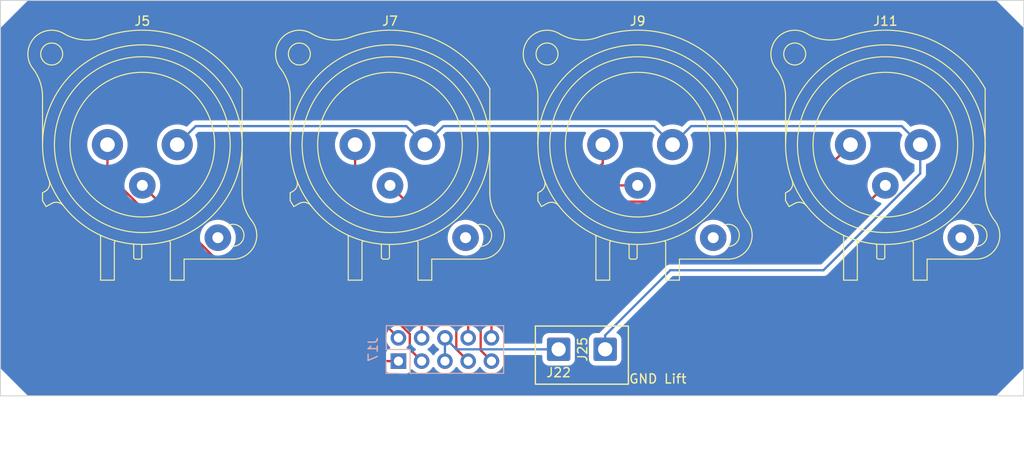
<source format=kicad_pcb>
(kicad_pcb (version 20221018) (generator pcbnew)
  (title_block (title "XLR Female") (date "2023-11-23") (rev "1") (company "Daniel Machnik Sounddesign und Tontechnik") (comment 1 "SimpleSwitcher"))
  (layers (0 "F.Cu" signal) (31 "B.Cu" signal) (34 "B.Paste" user) (35 "F.Paste" user) (36 "B.SilkS" user "B.Silkscreen") (37 "F.SilkS" user "F.Silkscreen") (38 "B.Mask" user) (39 "F.Mask" user) (44 "Edge.Cuts" user))
  (net 0 "")
  (footprint "Connector_Wire:SolderWire-0.75sqmm_1x01_D1.25mm_OD2.3mm" (layer "F.Cu") (at 149.86 114.3 90)
    (fp_text reference "J22" (at -2.54 0 180) (layer "F.SilkS"))
    (fp_text value "Conn_01x01_Socket")
    (pad "1" thru_hole roundrect (at 0 0 90) (size 2.55 2.55) (drill 1.55) (layers "*.Cu" "*.Mask") (roundrect_rratio 0.09803882353))
  )
  (footprint "Connector_Audio:Jack_XLR_Neutrik_NC3FAAV2_Vertical" (layer "F.Cu") (at 162.304 91.948)
    (fp_text reference "J9" (at -3.81 -13.5) (layer "F.SilkS"))
    (fp_text value "NC3FAAV2")
    (fp_line (start -14.71 0) (end -14.71 -5.24) (stroke (width 0.12)) (layer "F.SilkS"))
    (fp_line (start -14.71 5.26) (end -14.44 5.11) (stroke (width 0.12)) (layer "F.SilkS"))
    (fp_line (start -14.71 6.12) (end -14.71 5.26) (stroke (width 0.12)) (layer "F.SilkS"))
    (fp_line (start -14.32 6.76) (end -14.71 6.12) (stroke (width 0.12)) (layer "F.SilkS"))
    (fp_line (start -13.71 6.42) (end -14.32 6.76) (stroke (width 0.12)) (layer "F.SilkS"))
    (fp_line (start -8.37 10.03) (end -8.37 14.8) (stroke (width 0.12)) (layer "F.SilkS"))
    (fp_line (start -6.87 14.8) (end -8.37 14.8) (stroke (width 0.12)) (layer "F.SilkS"))
    (fp_line (start -6.87 14.8) (end -6.87 10.73) (stroke (width 0.12)) (layer "F.SilkS"))
    (fp_line (start -4.75 11.04) (end -4.75 12.3) (stroke (width 0.12)) (layer "F.SilkS"))
    (fp_line (start -4.07 12.5) (end -4.55 12.5) (stroke (width 0.12)) (layer "F.SilkS"))
    (fp_line (start -3.87 10.9) (end -3.87 12.3) (stroke (width 0.12)) (layer "F.SilkS"))
    (fp_line (start -0.75 10.73) (end -0.75 10.73) (stroke (width 0.12)) (layer "F.SilkS"))
    (fp_line (start -0.75 14.8) (end -0.75 10.73) (stroke (width 0.12)) (layer "F.SilkS"))
    (fp_line (start 0.75 12.5) (end 6.09 12.5) (stroke (width 0.12)) (layer "F.SilkS"))
    (fp_line (start 0.75 14.8) (end -0.75 14.8) (stroke (width 0.12)) (layer "F.SilkS"))
    (fp_line (start 0.75 14.8) (end 0.75 12.5) (stroke (width 0.12)) (layer "F.SilkS"))
    (fp_line (start 7.09 5.24) (end 7.09 -6.12) (stroke (width 0.12)) (layer "F.SilkS"))
    (fp_arc (start -15.766689 -8.317569) (mid -14.98153 -6.866962) (end -14.71 -5.24) (stroke (width 0.12)) (layer "F.SilkS"))
    (fp_arc (start -15.761979 -8.309032) (mid -15.65429 -11.620911) (end -12.38 -12.13) (stroke (width 0.12)) (layer "F.SilkS"))
    (fp_arc (start -13.969214 3.951372) (mid -13.999461 4.614043) (end -14.44 5.11) (stroke (width 0.12)) (layer "F.SilkS"))
    (fp_arc (start -13.71 6.42) (mid -13.01025 6.315915) (end -12.412202 6.693832) (stroke (width 0.12)) (layer "F.SilkS"))
    (fp_arc (start -8.436364 9.870864) (mid -8.385177 9.942924) (end -8.37 10.03) (stroke (width 0.12)) (layer "F.SilkS"))
    (fp_arc (start -8.12905 -11.730738) (mid 0.51404 -11.7289) (end 7.09 -6.12) (stroke (width 0.12)) (layer "F.SilkS"))
    (fp_arc (start -8.118081 -11.733841) (mid -10.293498 -11.453642) (end -12.38 -12.13) (stroke (width 0.12)) (layer "F.SilkS"))
    (fp_arc (start -6.87 10.73) (mid -6.814828 10.588126) (end -6.678303 10.520799) (stroke (width 0.12)) (layer "F.SilkS"))
    (fp_arc (start -4.908418 10.84437) (mid -4.794571 10.914136) (end -4.75 11.04) (stroke (width 0.12)) (layer "F.SilkS"))
    (fp_arc (start -4.55 12.5) (mid -4.691421 12.441421) (end -4.75 12.3) (stroke (width 0.12)) (layer "F.SilkS"))
    (fp_arc (start -3.87 12.3) (mid -3.928579 12.441421) (end -4.07 12.5) (stroke (width 0.12)) (layer "F.SilkS"))
    (fp_arc (start -0.949009 10.520288) (mid -0.807671 10.585446) (end -0.75 10.73) (stroke (width 0.12)) (layer "F.SilkS"))
    (fp_arc (start 5.584454 8.809393) (mid 7.279278 9.725021) (end 5.92 11.09) (stroke (width 0.12)) (layer "F.SilkS"))
    (fp_arc (start 8.141619 8.302858) (mid 8.42587 11.041804) (end 6.09 12.5) (stroke (width 0.12)) (layer "F.SilkS"))
    (fp_arc (start 8.14247 8.305283) (mid 7.360446 6.860467) (end 7.09 5.24) (stroke (width 0.12)) (layer "F.SilkS"))
    (fp_circle (center -13.71 -9.9) (end -12.51 -9.9) (stroke (width 0.12)) (fill none) (layer "F.SilkS"))
    (fp_circle (center -3.81 0) (end 4.09 0) (stroke (width 0.12)) (fill none) (layer "F.SilkS"))
    (fp_circle (center -3.81 0) (end 5.79 0) (stroke (width 0.12)) (fill none) (layer "F.SilkS"))
    (fp_circle (center -3.81 0) (end 7.09 0) (stroke (width 0.12)) (fill none) (layer "F.SilkS"))
    (pad "1" thru_hole circle (at 0 0) (size 3.4 3.4) (drill 1.6) (layers "*.Cu" "*.Mask"))
    (pad "2" thru_hole circle (at -7.62 0) (size 3.4 3.4) (drill 1.6) (layers "*.Cu" "*.Mask"))
    (pad "3" thru_hole circle (at -3.81 4.45) (size 2.9 2.9) (drill 1.2) (layers "*.Cu" "*.Mask"))
    (pad "G" thru_hole circle (at 4.44 10.16) (size 2.9 2.9) (drill 1.2) (layers "*.Cu" "*.Mask"))
  )
  (footprint "Connector_Audio:Jack_XLR_Neutrik_NC3FAAV2_Vertical" (layer "F.Cu") (at 189.354 91.948)
    (fp_text reference "J11" (at -3.81 -13.5) (layer "F.SilkS"))
    (fp_text value "NC3FAAV2")
    (fp_line (start -14.71 0) (end -14.71 -5.24) (stroke (width 0.12)) (layer "F.SilkS"))
    (fp_line (start -14.71 5.26) (end -14.44 5.11) (stroke (width 0.12)) (layer "F.SilkS"))
    (fp_line (start -14.71 6.12) (end -14.71 5.26) (stroke (width 0.12)) (layer "F.SilkS"))
    (fp_line (start -14.32 6.76) (end -14.71 6.12) (stroke (width 0.12)) (layer "F.SilkS"))
    (fp_line (start -13.71 6.42) (end -14.32 6.76) (stroke (width 0.12)) (layer "F.SilkS"))
    (fp_line (start -8.37 10.03) (end -8.37 14.8) (stroke (width 0.12)) (layer "F.SilkS"))
    (fp_line (start -6.87 14.8) (end -8.37 14.8) (stroke (width 0.12)) (layer "F.SilkS"))
    (fp_line (start -6.87 14.8) (end -6.87 10.73) (stroke (width 0.12)) (layer "F.SilkS"))
    (fp_line (start -4.75 11.04) (end -4.75 12.3) (stroke (width 0.12)) (layer "F.SilkS"))
    (fp_line (start -4.07 12.5) (end -4.55 12.5) (stroke (width 0.12)) (layer "F.SilkS"))
    (fp_line (start -3.87 10.9) (end -3.87 12.3) (stroke (width 0.12)) (layer "F.SilkS"))
    (fp_line (start -0.75 10.73) (end -0.75 10.73) (stroke (width 0.12)) (layer "F.SilkS"))
    (fp_line (start -0.75 14.8) (end -0.75 10.73) (stroke (width 0.12)) (layer "F.SilkS"))
    (fp_line (start 0.75 12.5) (end 6.09 12.5) (stroke (width 0.12)) (layer "F.SilkS"))
    (fp_line (start 0.75 14.8) (end -0.75 14.8) (stroke (width 0.12)) (layer "F.SilkS"))
    (fp_line (start 0.75 14.8) (end 0.75 12.5) (stroke (width 0.12)) (layer "F.SilkS"))
    (fp_line (start 7.09 5.24) (end 7.09 -6.12) (stroke (width 0.12)) (layer "F.SilkS"))
    (fp_arc (start -15.766689 -8.317569) (mid -14.98153 -6.866962) (end -14.71 -5.24) (stroke (width 0.12)) (layer "F.SilkS"))
    (fp_arc (start -15.761979 -8.309032) (mid -15.65429 -11.620911) (end -12.38 -12.13) (stroke (width 0.12)) (layer "F.SilkS"))
    (fp_arc (start -13.969214 3.951372) (mid -13.999461 4.614043) (end -14.44 5.11) (stroke (width 0.12)) (layer "F.SilkS"))
    (fp_arc (start -13.71 6.42) (mid -13.01025 6.315915) (end -12.412202 6.693832) (stroke (width 0.12)) (layer "F.SilkS"))
    (fp_arc (start -8.436364 9.870864) (mid -8.385177 9.942924) (end -8.37 10.03) (stroke (width 0.12)) (layer "F.SilkS"))
    (fp_arc (start -8.12905 -11.730738) (mid 0.51404 -11.7289) (end 7.09 -6.12) (stroke (width 0.12)) (layer "F.SilkS"))
    (fp_arc (start -8.118081 -11.733841) (mid -10.293498 -11.453642) (end -12.38 -12.13) (stroke (width 0.12)) (layer "F.SilkS"))
    (fp_arc (start -6.87 10.73) (mid -6.814828 10.588126) (end -6.678303 10.520799) (stroke (width 0.12)) (layer "F.SilkS"))
    (fp_arc (start -4.908418 10.84437) (mid -4.794571 10.914136) (end -4.75 11.04) (stroke (width 0.12)) (layer "F.SilkS"))
    (fp_arc (start -4.55 12.5) (mid -4.691421 12.441421) (end -4.75 12.3) (stroke (width 0.12)) (layer "F.SilkS"))
    (fp_arc (start -3.87 12.3) (mid -3.928579 12.441421) (end -4.07 12.5) (stroke (width 0.12)) (layer "F.SilkS"))
    (fp_arc (start -0.949009 10.520288) (mid -0.807671 10.585446) (end -0.75 10.73) (stroke (width 0.12)) (layer "F.SilkS"))
    (fp_arc (start 5.584454 8.809393) (mid 7.279278 9.725021) (end 5.92 11.09) (stroke (width 0.12)) (layer "F.SilkS"))
    (fp_arc (start 8.141619 8.302858) (mid 8.42587 11.041804) (end 6.09 12.5) (stroke (width 0.12)) (layer "F.SilkS"))
    (fp_arc (start 8.14247 8.305283) (mid 7.360446 6.860467) (end 7.09 5.24) (stroke (width 0.12)) (layer "F.SilkS"))
    (fp_circle (center -13.71 -9.9) (end -12.51 -9.9) (stroke (width 0.12)) (fill none) (layer "F.SilkS"))
    (fp_circle (center -3.81 0) (end 4.09 0) (stroke (width 0.12)) (fill none) (layer "F.SilkS"))
    (fp_circle (center -3.81 0) (end 5.79 0) (stroke (width 0.12)) (fill none) (layer "F.SilkS"))
    (fp_circle (center -3.81 0) (end 7.09 0) (stroke (width 0.12)) (fill none) (layer "F.SilkS"))
    (pad "1" thru_hole circle (at 0 0) (size 3.4 3.4) (drill 1.6) (layers "*.Cu" "*.Mask"))
    (pad "2" thru_hole circle (at -7.62 0) (size 3.4 3.4) (drill 1.6) (layers "*.Cu" "*.Mask"))
    (pad "3" thru_hole circle (at -3.81 4.45) (size 2.9 2.9) (drill 1.2) (layers "*.Cu" "*.Mask"))
    (pad "G" thru_hole circle (at 4.44 10.16) (size 2.9 2.9) (drill 1.2) (layers "*.Cu" "*.Mask"))
  )
  (footprint "Connector_Audio:Jack_XLR_Neutrik_NC3FAAV2_Vertical" (layer "F.Cu") (at 135.254 91.948)
    (fp_text reference "J7" (at -3.81 -13.5) (layer "F.SilkS"))
    (fp_text value "NC3FAAV2")
    (fp_line (start -14.71 0) (end -14.71 -5.24) (stroke (width 0.12)) (layer "F.SilkS"))
    (fp_line (start -14.71 5.26) (end -14.44 5.11) (stroke (width 0.12)) (layer "F.SilkS"))
    (fp_line (start -14.71 6.12) (end -14.71 5.26) (stroke (width 0.12)) (layer "F.SilkS"))
    (fp_line (start -14.32 6.76) (end -14.71 6.12) (stroke (width 0.12)) (layer "F.SilkS"))
    (fp_line (start -13.71 6.42) (end -14.32 6.76) (stroke (width 0.12)) (layer "F.SilkS"))
    (fp_line (start -8.37 10.03) (end -8.37 14.8) (stroke (width 0.12)) (layer "F.SilkS"))
    (fp_line (start -6.87 14.8) (end -8.37 14.8) (stroke (width 0.12)) (layer "F.SilkS"))
    (fp_line (start -6.87 14.8) (end -6.87 10.73) (stroke (width 0.12)) (layer "F.SilkS"))
    (fp_line (start -4.75 11.04) (end -4.75 12.3) (stroke (width 0.12)) (layer "F.SilkS"))
    (fp_line (start -4.07 12.5) (end -4.55 12.5) (stroke (width 0.12)) (layer "F.SilkS"))
    (fp_line (start -3.87 10.9) (end -3.87 12.3) (stroke (width 0.12)) (layer "F.SilkS"))
    (fp_line (start -0.75 10.73) (end -0.75 10.73) (stroke (width 0.12)) (layer "F.SilkS"))
    (fp_line (start -0.75 14.8) (end -0.75 10.73) (stroke (width 0.12)) (layer "F.SilkS"))
    (fp_line (start 0.75 12.5) (end 6.09 12.5) (stroke (width 0.12)) (layer "F.SilkS"))
    (fp_line (start 0.75 14.8) (end -0.75 14.8) (stroke (width 0.12)) (layer "F.SilkS"))
    (fp_line (start 0.75 14.8) (end 0.75 12.5) (stroke (width 0.12)) (layer "F.SilkS"))
    (fp_line (start 7.09 5.24) (end 7.09 -6.12) (stroke (width 0.12)) (layer "F.SilkS"))
    (fp_arc (start -15.766689 -8.317569) (mid -14.98153 -6.866962) (end -14.71 -5.24) (stroke (width 0.12)) (layer "F.SilkS"))
    (fp_arc (start -15.761979 -8.309032) (mid -15.65429 -11.620911) (end -12.38 -12.13) (stroke (width 0.12)) (layer "F.SilkS"))
    (fp_arc (start -13.969214 3.951372) (mid -13.999461 4.614043) (end -14.44 5.11) (stroke (width 0.12)) (layer "F.SilkS"))
    (fp_arc (start -13.71 6.42) (mid -13.01025 6.315915) (end -12.412202 6.693832) (stroke (width 0.12)) (layer "F.SilkS"))
    (fp_arc (start -8.436364 9.870864) (mid -8.385177 9.942924) (end -8.37 10.03) (stroke (width 0.12)) (layer "F.SilkS"))
    (fp_arc (start -8.12905 -11.730738) (mid 0.51404 -11.7289) (end 7.09 -6.12) (stroke (width 0.12)) (layer "F.SilkS"))
    (fp_arc (start -8.118081 -11.733841) (mid -10.293498 -11.453642) (end -12.38 -12.13) (stroke (width 0.12)) (layer "F.SilkS"))
    (fp_arc (start -6.87 10.73) (mid -6.814828 10.588126) (end -6.678303 10.520799) (stroke (width 0.12)) (layer "F.SilkS"))
    (fp_arc (start -4.908418 10.84437) (mid -4.794571 10.914136) (end -4.75 11.04) (stroke (width 0.12)) (layer "F.SilkS"))
    (fp_arc (start -4.55 12.5) (mid -4.691421 12.441421) (end -4.75 12.3) (stroke (width 0.12)) (layer "F.SilkS"))
    (fp_arc (start -3.87 12.3) (mid -3.928579 12.441421) (end -4.07 12.5) (stroke (width 0.12)) (layer "F.SilkS"))
    (fp_arc (start -0.949009 10.520288) (mid -0.807671 10.585446) (end -0.75 10.73) (stroke (width 0.12)) (layer "F.SilkS"))
    (fp_arc (start 5.584454 8.809393) (mid 7.279278 9.725021) (end 5.92 11.09) (stroke (width 0.12)) (layer "F.SilkS"))
    (fp_arc (start 8.141619 8.302858) (mid 8.42587 11.041804) (end 6.09 12.5) (stroke (width 0.12)) (layer "F.SilkS"))
    (fp_arc (start 8.14247 8.305283) (mid 7.360446 6.860467) (end 7.09 5.24) (stroke (width 0.12)) (layer "F.SilkS"))
    (fp_circle (center -13.71 -9.9) (end -12.51 -9.9) (stroke (width 0.12)) (fill none) (layer "F.SilkS"))
    (fp_circle (center -3.81 0) (end 4.09 0) (stroke (width 0.12)) (fill none) (layer "F.SilkS"))
    (fp_circle (center -3.81 0) (end 5.79 0) (stroke (width 0.12)) (fill none) (layer "F.SilkS"))
    (fp_circle (center -3.81 0) (end 7.09 0) (stroke (width 0.12)) (fill none) (layer "F.SilkS"))
    (pad "1" thru_hole circle (at 0 0) (size 3.4 3.4) (drill 1.6) (layers "*.Cu" "*.Mask"))
    (pad "2" thru_hole circle (at -7.62 0) (size 3.4 3.4) (drill 1.6) (layers "*.Cu" "*.Mask"))
    (pad "3" thru_hole circle (at -3.81 4.45) (size 2.9 2.9) (drill 1.2) (layers "*.Cu" "*.Mask"))
    (pad "G" thru_hole circle (at 4.44 10.16) (size 2.9 2.9) (drill 1.2) (layers "*.Cu" "*.Mask"))
  )
  (footprint "Connector_Audio:Jack_XLR_Neutrik_NC3FAAV2_Vertical" (layer "F.Cu") (at 108.204 91.948)
    (fp_text reference "J5" (at -3.81 -13.5) (layer "F.SilkS"))
    (fp_text value "NC3FAAV2")
    (fp_line (start -14.71 0) (end -14.71 -5.24) (stroke (width 0.12)) (layer "F.SilkS"))
    (fp_line (start -14.71 5.26) (end -14.44 5.11) (stroke (width 0.12)) (layer "F.SilkS"))
    (fp_line (start -14.71 6.12) (end -14.71 5.26) (stroke (width 0.12)) (layer "F.SilkS"))
    (fp_line (start -14.32 6.76) (end -14.71 6.12) (stroke (width 0.12)) (layer "F.SilkS"))
    (fp_line (start -13.71 6.42) (end -14.32 6.76) (stroke (width 0.12)) (layer "F.SilkS"))
    (fp_line (start -8.37 10.03) (end -8.37 14.8) (stroke (width 0.12)) (layer "F.SilkS"))
    (fp_line (start -6.87 14.8) (end -8.37 14.8) (stroke (width 0.12)) (layer "F.SilkS"))
    (fp_line (start -6.87 14.8) (end -6.87 10.73) (stroke (width 0.12)) (layer "F.SilkS"))
    (fp_line (start -4.75 11.04) (end -4.75 12.3) (stroke (width 0.12)) (layer "F.SilkS"))
    (fp_line (start -4.07 12.5) (end -4.55 12.5) (stroke (width 0.12)) (layer "F.SilkS"))
    (fp_line (start -3.87 10.9) (end -3.87 12.3) (stroke (width 0.12)) (layer "F.SilkS"))
    (fp_line (start -0.75 10.73) (end -0.75 10.73) (stroke (width 0.12)) (layer "F.SilkS"))
    (fp_line (start -0.75 14.8) (end -0.75 10.73) (stroke (width 0.12)) (layer "F.SilkS"))
    (fp_line (start 0.75 12.5) (end 6.09 12.5) (stroke (width 0.12)) (layer "F.SilkS"))
    (fp_line (start 0.75 14.8) (end -0.75 14.8) (stroke (width 0.12)) (layer "F.SilkS"))
    (fp_line (start 0.75 14.8) (end 0.75 12.5) (stroke (width 0.12)) (layer "F.SilkS"))
    (fp_line (start 7.09 5.24) (end 7.09 -6.12) (stroke (width 0.12)) (layer "F.SilkS"))
    (fp_arc (start -15.766689 -8.317569) (mid -14.98153 -6.866962) (end -14.71 -5.24) (stroke (width 0.12)) (layer "F.SilkS"))
    (fp_arc (start -15.761979 -8.309032) (mid -15.65429 -11.620911) (end -12.38 -12.13) (stroke (width 0.12)) (layer "F.SilkS"))
    (fp_arc (start -13.969214 3.951372) (mid -13.999461 4.614043) (end -14.44 5.11) (stroke (width 0.12)) (layer "F.SilkS"))
    (fp_arc (start -13.71 6.42) (mid -13.01025 6.315915) (end -12.412202 6.693832) (stroke (width 0.12)) (layer "F.SilkS"))
    (fp_arc (start -8.436364 9.870864) (mid -8.385177 9.942924) (end -8.37 10.03) (stroke (width 0.12)) (layer "F.SilkS"))
    (fp_arc (start -8.12905 -11.730738) (mid 0.51404 -11.7289) (end 7.09 -6.12) (stroke (width 0.12)) (layer "F.SilkS"))
    (fp_arc (start -8.118081 -11.733841) (mid -10.293498 -11.453642) (end -12.38 -12.13) (stroke (width 0.12)) (layer "F.SilkS"))
    (fp_arc (start -6.87 10.73) (mid -6.814828 10.588126) (end -6.678303 10.520799) (stroke (width 0.12)) (layer "F.SilkS"))
    (fp_arc (start -4.908418 10.84437) (mid -4.794571 10.914136) (end -4.75 11.04) (stroke (width 0.12)) (layer "F.SilkS"))
    (fp_arc (start -4.55 12.5) (mid -4.691421 12.441421) (end -4.75 12.3) (stroke (width 0.12)) (layer "F.SilkS"))
    (fp_arc (start -3.87 12.3) (mid -3.928579 12.441421) (end -4.07 12.5) (stroke (width 0.12)) (layer "F.SilkS"))
    (fp_arc (start -0.949009 10.520288) (mid -0.807671 10.585446) (end -0.75 10.73) (stroke (width 0.12)) (layer "F.SilkS"))
    (fp_arc (start 5.584454 8.809393) (mid 7.279278 9.725021) (end 5.92 11.09) (stroke (width 0.12)) (layer "F.SilkS"))
    (fp_arc (start 8.141619 8.302858) (mid 8.42587 11.041804) (end 6.09 12.5) (stroke (width 0.12)) (layer "F.SilkS"))
    (fp_arc (start 8.14247 8.305283) (mid 7.360446 6.860467) (end 7.09 5.24) (stroke (width 0.12)) (layer "F.SilkS"))
    (fp_circle (center -13.71 -9.9) (end -12.51 -9.9) (stroke (width 0.12)) (fill none) (layer "F.SilkS"))
    (fp_circle (center -3.81 0) (end 4.09 0) (stroke (width 0.12)) (fill none) (layer "F.SilkS"))
    (fp_circle (center -3.81 0) (end 5.79 0) (stroke (width 0.12)) (fill none) (layer "F.SilkS"))
    (fp_circle (center -3.81 0) (end 7.09 0) (stroke (width 0.12)) (fill none) (layer "F.SilkS"))
    (pad "1" thru_hole circle (at 0 0) (size 3.4 3.4) (drill 1.6) (layers "*.Cu" "*.Mask"))
    (pad "2" thru_hole circle (at -7.62 0) (size 3.4 3.4) (drill 1.6) (layers "*.Cu" "*.Mask"))
    (pad "3" thru_hole circle (at -3.81 4.45) (size 2.9 2.9) (drill 1.2) (layers "*.Cu" "*.Mask"))
    (pad "G" thru_hole circle (at 4.44 10.16) (size 2.9 2.9) (drill 1.2) (layers "*.Cu" "*.Mask"))
  )
  (footprint "Connector_Wire:SolderWire-0.75sqmm_1x01_D1.25mm_OD2.3mm" (layer "F.Cu") (at 154.94 114.3 90)
    (fp_text reference "J25" (at 0 -2.47 90) (layer "F.SilkS"))
    (fp_text value "Conn_01x01_Socket")
    (pad "1" thru_hole roundrect (at 0 0 90) (size 2.55 2.55) (drill 1.55) (layers "*.Cu" "*.Mask") (roundrect_rratio 0.09803882353))
  )
  (footprint "Connector_PinSocket_2.54mm:PinSocket_2x05_P2.54mm_Vertical" (layer "B.Cu") (at 132.364 115.59 -90)
    (fp_text reference "J17" (at -1.27 2.77 90) (layer "B.SilkS") (effects (justify mirror)))
    (fp_text value "Conn_02x05_Counter_Clockwise")
    (fp_line (start -3.87 -11.49) (end 1.33 -11.49) (stroke (width 0.12)) (layer "B.SilkS"))
    (fp_line (start -3.87 1.33) (end -3.87 -11.49) (stroke (width 0.12)) (layer "B.SilkS"))
    (fp_line (start -3.87 1.33) (end -1.27 1.33) (stroke (width 0.12)) (layer "B.SilkS"))
    (fp_line (start -1.27 -1.27) (end 1.33 -1.27) (stroke (width 0.12)) (layer "B.SilkS"))
    (fp_line (start -1.27 1.33) (end -1.27 -1.27) (stroke (width 0.12)) (layer "B.SilkS"))
    (fp_line (start 0 1.33) (end 1.33 1.33) (stroke (width 0.12)) (layer "B.SilkS"))
    (fp_line (start 1.33 -1.27) (end 1.33 -11.49) (stroke (width 0.12)) (layer "B.SilkS"))
    (fp_line (start 1.33 1.33) (end 1.33 0) (stroke (width 0.12)) (layer "B.SilkS"))
    (pad "1" thru_hole rect (at 0 0 270) (size 1.7 1.7) (drill 1) (layers "*.Cu" "*.Mask"))
    (pad "2" thru_hole oval (at -2.54 0 270) (size 1.7 1.7) (drill 1) (layers "*.Cu" "*.Mask"))
    (pad "3" thru_hole oval (at 0 -2.54 270) (size 1.7 1.7) (drill 1) (layers "*.Cu" "*.Mask"))
    (pad "4" thru_hole oval (at -2.54 -2.54 270) (size 1.7 1.7) (drill 1) (layers "*.Cu" "*.Mask"))
    (pad "5" thru_hole oval (at 0 -5.08 270) (size 1.7 1.7) (drill 1) (layers "*.Cu" "*.Mask"))
    (pad "6" thru_hole oval (at -2.54 -5.08 270) (size 1.7 1.7) (drill 1) (layers "*.Cu" "*.Mask"))
    (pad "7" thru_hole oval (at 0 -7.62 270) (size 1.7 1.7) (drill 1) (layers "*.Cu" "*.Mask"))
    (pad "8" thru_hole oval (at -2.54 -7.62 270) (size 1.7 1.7) (drill 1) (layers "*.Cu" "*.Mask"))
    (pad "9" thru_hole oval (at 0 -10.16 270) (size 1.7 1.7) (drill 1) (layers "*.Cu" "*.Mask"))
    (pad "10" thru_hole oval (at -2.54 -10.16 270) (size 1.7 1.7) (drill 1) (layers "*.Cu" "*.Mask"))
  )
  (gr_rect (start 147.32 111.76) (end 157.48 118.11) (stroke (width 0.15)) (fill none) (layer "F.SilkS"))
  (gr_rect (start 88.9 76.2) (end 200.66 119.38) (stroke (width 0.1)) (fill none) (layer "Edge.Cuts"))
  (gr_text "GND Lift" (at 157.48 118.11) (layer "F.SilkS") (effects (font (size 1 1)) (justify left bottom)))
  (segment (start 153.87815 98.173) (end 141.349 110.70215) (width 0.25) (layer "F.Cu") (net 0))
  (segment (start 141.349 114.415) (end 142.524 115.59) (width 0.25) (layer "F.Cu") (net 0))
  (segment (start 182.374 99.568) (end 153.924 99.568) (width 0.25) (layer "F.Cu") (net 0))
  (segment (start 126.238 112.268) (end 129.56 115.59) (width 0.25) (layer "F.Cu") (net 0))
  (segment (start 131.444 96.398) (end 134.904 99.858) (width 0.25) (layer "F.Cu") (net 0))
  (segment (start 104.394 96.398) (end 118.232 110.236) (width 0.25) (layer "F.Cu") (net 0))
  (segment (start 153.538 96.398) (end 139.984 109.952) (width 0.25) (layer "F.Cu") (net 0))
  (segment (start 154.684 93.982) (end 138.684 109.982) (width 0.25) (layer "F.Cu") (net 0))
  (segment (start 181.734 91.948) (end 175.509 98.173) (width 0.25) (layer "F.Cu") (net 0))
  (segment (start 158.494 96.398) (end 153.538 96.398) (width 0.25) (layer "F.Cu") (net 0))
  (segment (start 100.584 95.09823) (end 117.75377 112.268) (width 0.25) (layer "F.Cu") (net 0))
  (segment (start 141.349 110.70215) (end 141.349 114.415) (width 0.25) (layer "F.Cu") (net 0))
  (segment (start 129.55 110.236) (end 132.364 113.05) (width 0.25) (layer "F.Cu") (net 0))
  (segment (start 153.924 99.568) (end 142.524 110.968) (width 0.25) (layer "F.Cu") (net 0))
  (segment (start 129.56 115.59) (end 132.364 115.59) (width 0.25) (layer "F.Cu") (net 0))
  (segment (start 154.684 91.948) (end 154.684 93.982) (width 0.25) (layer "F.Cu") (net 0))
  (segment (start 142.524 110.968) (end 142.524 113.05) (width 0.25) (layer "F.Cu") (net 0))
  (segment (start 133.604 114.29) (end 134.904 115.59) (width 0.25) (layer "F.Cu") (net 0))
  (segment (start 133.604 112.628299) (end 133.604 114.29) (width 0.25) (layer "F.Cu") (net 0))
  (segment (start 185.544 96.398) (end 182.374 99.568) (width 0.25) (layer "F.Cu") (net 0))
  (segment (start 117.75377 112.268) (end 126.238 112.268) (width 0.25) (layer "F.Cu") (net 0))
  (segment (start 127.634 91.948) (end 127.634 106.658299) (width 0.25) (layer "F.Cu") (net 0))
  (segment (start 118.232 110.236) (end 129.55 110.236) (width 0.25) (layer "F.Cu") (net 0))
  (segment (start 127.634 106.658299) (end 133.604 112.628299) (width 0.25) (layer "F.Cu") (net 0))
  (segment (start 138.684 109.982) (end 138.684 114.29) (width 0.25) (layer "F.Cu") (net 0))
  (segment (start 100.584 91.948) (end 100.584 95.09823) (width 0.25) (layer "F.Cu") (net 0))
  (segment (start 139.984 109.952) (end 139.984 113.05) (width 0.25) (layer "F.Cu") (net 0))
  (segment (start 175.509 98.173) (end 153.87815 98.173) (width 0.25) (layer "F.Cu") (net 0))
  (segment (start 138.684 114.29) (end 139.984 115.59) (width 0.25) (layer "F.Cu") (net 0))
  (segment (start 134.904 99.858) (end 134.904 113.05) (width 0.25) (layer "F.Cu") (net 0))
  (segment (start 164.329 89.923) (end 187.329 89.923) (width 0.25) (layer "B.Cu") (net 0))
  (segment (start 187.329 89.923) (end 189.354 91.948) (width 0.25) (layer "B.Cu") (net 0))
  (segment (start 138.694 114.3) (end 149.86 114.3) (width 0.25) (layer "B.Cu") (net 0))
  (segment (start 189.354 95.09823) (end 178.78823 105.664) (width 0.25) (layer "B.Cu") (net 0))
  (segment (start 108.204 91.948) (end 110.229 89.923) (width 0.25) (layer "B.Cu") (net 0))
  (segment (start 162.304 91.948) (end 164.329 89.923) (width 0.25) (layer "B.Cu") (net 0))
  (segment (start 178.78823 105.664) (end 162.052 105.664) (width 0.25) (layer "B.Cu") (net 0))
  (segment (start 137.444 113.05) (end 138.694 114.3) (width 0.25) (layer "B.Cu") (net 0))
  (segment (start 110.229 89.923) (end 133.229 89.923) (width 0.25) (layer "B.Cu") (net 0))
  (segment (start 189.354 91.948) (end 189.354 95.09823) (width 0.25) (layer "B.Cu") (net 0))
  (segment (start 160.279 89.923) (end 162.304 91.948) (width 0.25) (layer "B.Cu") (net 0))
  (segment (start 137.279 89.923) (end 160.279 89.923) (width 0.25) (layer "B.Cu") (net 0))
  (segment (start 135.254 91.948) (end 137.279 89.923) (width 0.25) (layer "B.Cu") (net 0))
  (segment (start 137.444 113.05) (end 137.444 115.59) (width 0.25) (layer "B.Cu") (net 0))
  (segment (start 162.052 105.664) (end 154.94 112.776) (width 0.25) (layer "B.Cu") (net 0))
  (segment (start 154.94 112.776) (end 154.94 114.3) (width 0.25) (layer "B.Cu") (net 0))
  (segment (start 133.229 89.923) (end 135.254 91.948) (width 0.25) (layer "B.Cu") (net 0))
  (zone (net 0) (net_name "") (layer "B.Cu") (priority 4) (connect_pads (clearance 0.5)) (min_thickness 0.25) (fill yes (thermal_gap 0.5) (thermal_bridge_width 0.5) (smoothing chamfer) (radius 3))
    (polygon (pts (xy 88.9 76.2) (xy 200.66 76.2) (xy 200.66 119.38) (xy 88.9 119.38)))
  )
)
</source>
